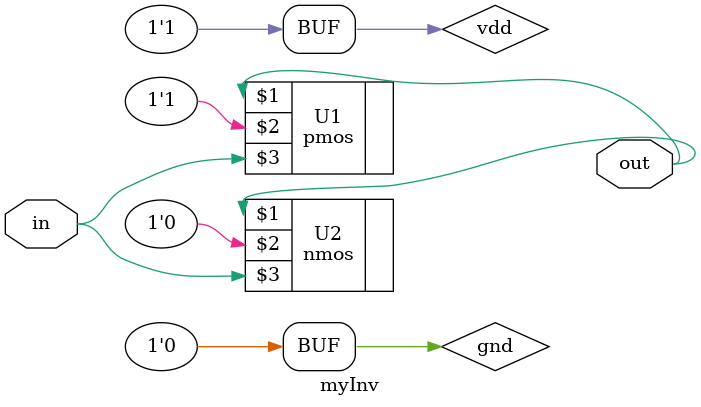
<source format=v>


module myInv ( in, out );

    input in;
 	output out;
 	supply0 gnd;
 	supply1 vdd;

	pmos U1(out,vdd,in);
	nmos U2(out,gnd,in);
endmodule


</source>
